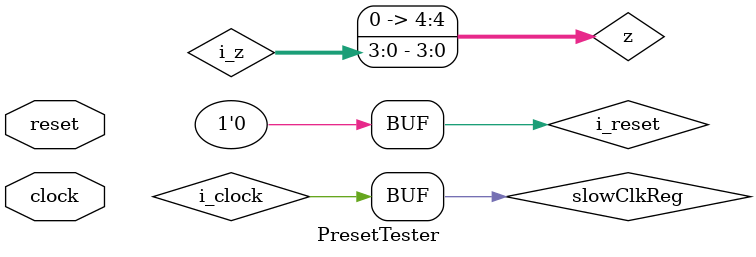
<source format=v>
module Test(
  input        clock,
  input        reset,
  output [3:0] z
);
`ifdef RANDOMIZE_REG_INIT
  reg [31:0] _RAND_0;
`endif // RANDOMIZE_REG_INIT
  reg [3:0] r;
  assign z = r;
  always @(posedge clock or posedge reset) begin
    if (reset) begin
      r <= 4'hc;
    end else begin
      r <= 4'h9;
    end
  end
// Register and memory initialization
`ifdef RANDOMIZE_GARBAGE_ASSIGN
`define RANDOMIZE
`endif
`ifdef RANDOMIZE_INVALID_ASSIGN
`define RANDOMIZE
`endif
`ifdef RANDOMIZE_REG_INIT
`define RANDOMIZE
`endif
`ifdef RANDOMIZE_MEM_INIT
`define RANDOMIZE
`endif
`ifndef RANDOM
`define RANDOM $random
`endif
`ifdef RANDOMIZE_MEM_INIT
  integer initvar;
`endif
`ifndef SYNTHESIS
`ifdef FIRRTL_BEFORE_INITIAL
`FIRRTL_BEFORE_INITIAL
`endif
initial begin
  `ifdef RANDOMIZE
    `ifdef INIT_RANDOM
      `INIT_RANDOM
    `endif
    `ifndef VERILATOR
      `ifdef RANDOMIZE_DELAY
        #`RANDOMIZE_DELAY begin end
      `else
        #0.002 begin end
      `endif
    `endif
`ifdef RANDOMIZE_REG_INIT
  _RAND_0 = {1{`RANDOM}};
  r = _RAND_0[3:0];
`endif // RANDOMIZE_REG_INIT
  if (reset) begin
    r = 4'hc;
  end
  `endif // RANDOMIZE
end // initial
`ifdef FIRRTL_AFTER_INITIAL
`FIRRTL_AFTER_INITIAL
`endif
`endif // SYNTHESIS
endmodule
module PresetTester(
  input   clock,
  input   reset
);
`ifdef RANDOMIZE_REG_INIT
  reg [31:0] _RAND_0;
  reg [31:0] _RAND_1;
  reg [31:0] _RAND_2;
`endif // RANDOMIZE_REG_INIT
  wire  i_clock;
  wire  i_reset;
  wire [3:0] i_z;
  reg [1:0] div;
  reg  slowClkReg;
  reg [3:0] counter;
  wire [4:0] z = {{1'd0}, i_z};
  Test i (
    .clock(i_clock),
    .reset(i_reset),
    .z(i_z)
  );
  assign i_clock = slowClkReg;
  assign i_reset = 1'h0;
  always @(posedge clock) begin
    if (reset) begin
      div <= 2'h0;
    end else begin
      div <= div + 2'h1;
    end
    if (reset) begin
      slowClkReg <= 1'h0;
    end else begin
      slowClkReg <= div == 2'h0;
    end
    if (reset) begin
      counter <= 4'h0;
    end else begin
      counter <= counter + 4'h1;
    end
    `ifndef SYNTHESIS
    `ifdef PRINTF_COND
      if (`PRINTF_COND) begin
    `endif
        if (counter == 4'h0 & z != 5'hc) begin
          $fwrite(32'h80000002,"Assertion 1 failed! z=%d \n",z);
        end
    `ifdef PRINTF_COND
      end
    `endif
    `endif // SYNTHESIS
    `ifndef SYNTHESIS
    `ifdef STOP_COND
      if (`STOP_COND) begin
    `endif
        if (counter == 4'h0 & z != 5'hc) begin
          $fatal;
        end
    `ifdef STOP_COND
      end
    `endif
    `endif // SYNTHESIS
    `ifndef SYNTHESIS
    `ifdef PRINTF_COND
      if (`PRINTF_COND) begin
    `endif
        if (counter == 4'h1 & z != 5'h9) begin
          $fwrite(32'h80000002,"Assertion 2 failed! z=%d \n",z);
        end
    `ifdef PRINTF_COND
      end
    `endif
    `endif // SYNTHESIS
    `ifndef SYNTHESIS
    `ifdef STOP_COND
      if (`STOP_COND) begin
    `endif
        if (counter == 4'h1 & z != 5'h9) begin
          $fatal;
        end
    `ifdef STOP_COND
      end
    `endif
    `endif // SYNTHESIS
    `ifndef SYNTHESIS
    `ifdef STOP_COND
      if (`STOP_COND) begin
    `endif
        if (counter == 4'h3) begin
          $finish;
        end
    `ifdef STOP_COND
      end
    `endif
    `endif // SYNTHESIS
  end
// Register and memory initialization
`ifdef RANDOMIZE_GARBAGE_ASSIGN
`define RANDOMIZE
`endif
`ifdef RANDOMIZE_INVALID_ASSIGN
`define RANDOMIZE
`endif
`ifdef RANDOMIZE_REG_INIT
`define RANDOMIZE
`endif
`ifdef RANDOMIZE_MEM_INIT
`define RANDOMIZE
`endif
`ifndef RANDOM
`define RANDOM $random
`endif
`ifdef RANDOMIZE_MEM_INIT
  integer initvar;
`endif
`ifndef SYNTHESIS
`ifdef FIRRTL_BEFORE_INITIAL
`FIRRTL_BEFORE_INITIAL
`endif
initial begin
  `ifdef RANDOMIZE
    `ifdef INIT_RANDOM
      `INIT_RANDOM
    `endif
    `ifndef VERILATOR
      `ifdef RANDOMIZE_DELAY
        #`RANDOMIZE_DELAY begin end
      `else
        #0.002 begin end
      `endif
    `endif
`ifdef RANDOMIZE_REG_INIT
  _RAND_0 = {1{`RANDOM}};
  div = _RAND_0[1:0];
  _RAND_1 = {1{`RANDOM}};
  slowClkReg = _RAND_1[0:0];
  _RAND_2 = {1{`RANDOM}};
  counter = _RAND_2[3:0];
`endif // RANDOMIZE_REG_INIT
  `endif // RANDOMIZE
end // initial
`ifdef FIRRTL_AFTER_INITIAL
`FIRRTL_AFTER_INITIAL
`endif
`endif // SYNTHESIS
endmodule

</source>
